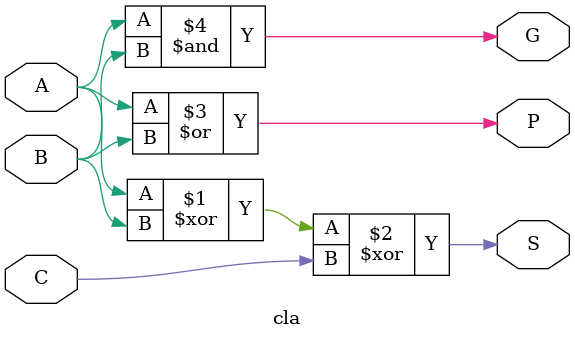
<source format=sv>
module cla(A, B, C, S, P, G);

input A, B, C;
output S, P, G;

assign S = A ^ B ^ C;
assign P = A | B;
assign G = A & B;

endmodule

</source>
